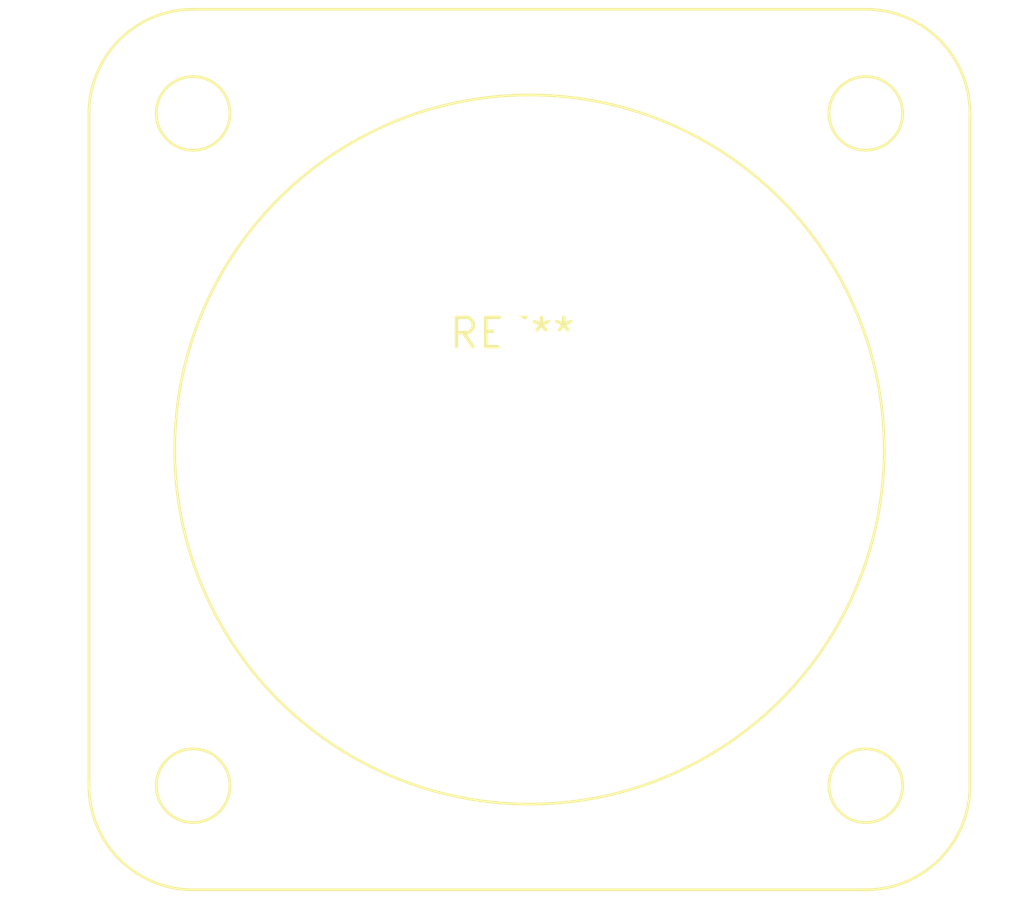
<source format=kicad_pcb>
(kicad_pcb (version 20240108) (generator pcbnew)
  (layers (0 "F.Cu" signal) (31 "B.Cu" signal) (34 "B.Paste" user) (35 "F.Paste" user) (36 "B.SilkS" user "B.Silkscreen") (37 "F.SilkS" user "F.Silkscreen") (38 "B.Mask" user) (39 "F.Mask" user) (44 "Edge.Cuts" user))
  (net 0 "")
  (footprint "Jack_speakON_Neutrik_NL8MDXX-V-3_Vertical" (layer "F.Cu") (at 0 0)
    (property "Reference" "REF**")
    (property "Value" "Jack_speakON_Neutrik_NL8MDXX-V-3_Vertical")
    (fp_line (start -18.37 19.77) (end -18.37 -9.67) (layer "F.SilkS") (stroke (width 0.12)))
    (fp_line (start -13.97 -14.07) (end 15.47 -14.07) (layer "F.SilkS") (stroke (width 0.12)))
    (fp_line (start -13.97 24.17) (end 15.47 24.17) (layer "F.SilkS") (stroke (width 0.12)))
    (fp_line (start 19.87 19.77) (end 19.87 -9.67) (layer "F.SilkS") (stroke (width 0.12)))
    (fp_arc (start -18.37 -9.67) (mid -16.96127 -12.830975) (end -13.73 -14.07) (layer "F.SilkS") (stroke (width 0.12)))
    (fp_arc (start -13.97 24.17) (mid -17.130975 22.76127) (end -18.37 19.53) (layer "F.SilkS") (stroke (width 0.12)))
    (fp_arc (start 15.47 -14.07) (mid 18.630975 -12.66127) (end 19.87 -9.43) (layer "F.SilkS") (stroke (width 0.12)))
    (fp_arc (start 19.87 19.77) (mid 18.46127 22.930975) (end 15.23 24.17) (layer "F.SilkS") (stroke (width 0.12)))
    (fp_circle (center -13.85 -9.55) (end -12.25 -9.55) (layer "F.SilkS") (stroke (width 0.12)) (fill none))
    (fp_circle (center -13.85 19.65) (end -12.25 19.65) (layer "F.SilkS") (stroke (width 0.12)) (fill none))
    (fp_circle (center 0.75 5.05) (end 16.15 5.05) (layer "F.SilkS") (stroke (width 0.12)) (fill none))
    (fp_circle (center 15.35 -9.55) (end 16.95 -9.55) (layer "F.SilkS") (stroke (width 0.12)) (fill none))
    (fp_circle (center 15.35 19.65) (end 16.95 19.65) (layer "F.SilkS") (stroke (width 0.12)) (fill none))
    (pad "1+" thru_hole circle (at 0 0) (size 3.4 3.4) (drill 1.6) (layers *.Cu *.Mask) (remove_unused_layers))
    (pad "1-" thru_hole circle (at -4.8 -1.55) (size 3.4 3.4) (drill 1.6) (layers *.Cu *.Mask) (remove_unused_layers))
    (pad "2+" thru_hole circle (at -4.3 4.3) (size 3.4 3.4) (drill 1.6) (layers *.Cu *.Mask) (remove_unused_layers))
    (pad "2-" thru_hole circle (at -5.85 10.6) (size 3.4 3.4) (drill 1.6) (layers *.Cu *.Mask) (remove_unused_layers))
    (pad "3+" thru_hole circle (at 0 10.1) (size 3.4 3.4) (drill 1.6) (layers *.Cu *.Mask) (remove_unused_layers))
    (pad "3-" thru_hole circle (at 6.3 11.65) (size 3.4 3.4) (drill 1.6) (layers *.Cu *.Mask) (remove_unused_layers))
    (pad "4+" thru_hole circle (at 5.8 5.8) (size 3.4 3.4) (drill 1.6) (layers *.Cu *.Mask) (remove_unused_layers))
    (pad "4-" thru_hole circle (at 7.35 -0.5) (size 3.4 3.4) (drill 1.6) (layers *.Cu *.Mask) (remove_unused_layers))
  )
)
</source>
